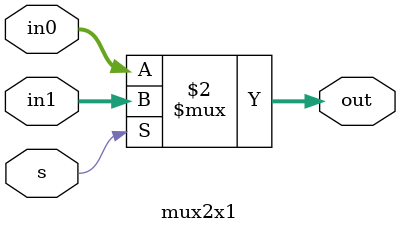
<source format=v>
module mux2x1(
    input [15:0] in0, input [15:0] in1, input s,
    output [15:0] out
);
    assign out = (s == 1'b0) ? in0 : in1;
endmodule
</source>
